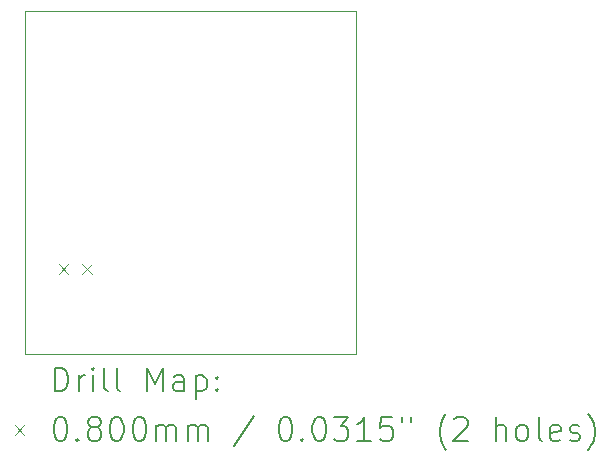
<source format=gbr>
%TF.GenerationSoftware,KiCad,Pcbnew,6.0.11+dfsg-1~bpo11+1*%
%TF.CreationDate,2023-06-10T16:53:40+02:00*%
%TF.ProjectId,myschematic,6d797363-6865-46d6-9174-69632e6b6963,rev?*%
%TF.SameCoordinates,Original*%
%TF.FileFunction,Drillmap*%
%TF.FilePolarity,Positive*%
%FSLAX45Y45*%
G04 Gerber Fmt 4.5, Leading zero omitted, Abs format (unit mm)*
G04 Created by KiCad (PCBNEW 6.0.11+dfsg-1~bpo11+1) date 2023-06-10 16:53:40*
%MOMM*%
%LPD*%
G01*
G04 APERTURE LIST*
%ADD10C,0.100000*%
%ADD11C,0.200000*%
%ADD12C,0.080000*%
G04 APERTURE END LIST*
D10*
X4500000Y-6200000D02*
X1700000Y-6200000D01*
X1700000Y-6200000D02*
X1700000Y-3300000D01*
X1700000Y-3300000D02*
X4500000Y-3300000D01*
X4500000Y-3300000D02*
X4500000Y-6200000D01*
D11*
D12*
X1985000Y-5441000D02*
X2065000Y-5521000D01*
X2065000Y-5441000D02*
X1985000Y-5521000D01*
X2185000Y-5441000D02*
X2265000Y-5521000D01*
X2265000Y-5441000D02*
X2185000Y-5521000D01*
D11*
X1952619Y-6515476D02*
X1952619Y-6315476D01*
X2000238Y-6315476D01*
X2028809Y-6325000D01*
X2047857Y-6344048D01*
X2057381Y-6363095D01*
X2066905Y-6401190D01*
X2066905Y-6429762D01*
X2057381Y-6467857D01*
X2047857Y-6486905D01*
X2028809Y-6505952D01*
X2000238Y-6515476D01*
X1952619Y-6515476D01*
X2152619Y-6515476D02*
X2152619Y-6382143D01*
X2152619Y-6420238D02*
X2162143Y-6401190D01*
X2171667Y-6391667D01*
X2190714Y-6382143D01*
X2209762Y-6382143D01*
X2276429Y-6515476D02*
X2276429Y-6382143D01*
X2276429Y-6315476D02*
X2266905Y-6325000D01*
X2276429Y-6334524D01*
X2285952Y-6325000D01*
X2276429Y-6315476D01*
X2276429Y-6334524D01*
X2400238Y-6515476D02*
X2381190Y-6505952D01*
X2371667Y-6486905D01*
X2371667Y-6315476D01*
X2505000Y-6515476D02*
X2485952Y-6505952D01*
X2476429Y-6486905D01*
X2476429Y-6315476D01*
X2733571Y-6515476D02*
X2733571Y-6315476D01*
X2800238Y-6458333D01*
X2866905Y-6315476D01*
X2866905Y-6515476D01*
X3047857Y-6515476D02*
X3047857Y-6410714D01*
X3038333Y-6391667D01*
X3019286Y-6382143D01*
X2981190Y-6382143D01*
X2962143Y-6391667D01*
X3047857Y-6505952D02*
X3028809Y-6515476D01*
X2981190Y-6515476D01*
X2962143Y-6505952D01*
X2952619Y-6486905D01*
X2952619Y-6467857D01*
X2962143Y-6448809D01*
X2981190Y-6439286D01*
X3028809Y-6439286D01*
X3047857Y-6429762D01*
X3143095Y-6382143D02*
X3143095Y-6582143D01*
X3143095Y-6391667D02*
X3162143Y-6382143D01*
X3200238Y-6382143D01*
X3219286Y-6391667D01*
X3228809Y-6401190D01*
X3238333Y-6420238D01*
X3238333Y-6477381D01*
X3228809Y-6496428D01*
X3219286Y-6505952D01*
X3200238Y-6515476D01*
X3162143Y-6515476D01*
X3143095Y-6505952D01*
X3324048Y-6496428D02*
X3333571Y-6505952D01*
X3324048Y-6515476D01*
X3314524Y-6505952D01*
X3324048Y-6496428D01*
X3324048Y-6515476D01*
X3324048Y-6391667D02*
X3333571Y-6401190D01*
X3324048Y-6410714D01*
X3314524Y-6401190D01*
X3324048Y-6391667D01*
X3324048Y-6410714D01*
D12*
X1615000Y-6805000D02*
X1695000Y-6885000D01*
X1695000Y-6805000D02*
X1615000Y-6885000D01*
D11*
X1990714Y-6735476D02*
X2009762Y-6735476D01*
X2028809Y-6745000D01*
X2038333Y-6754524D01*
X2047857Y-6773571D01*
X2057381Y-6811667D01*
X2057381Y-6859286D01*
X2047857Y-6897381D01*
X2038333Y-6916428D01*
X2028809Y-6925952D01*
X2009762Y-6935476D01*
X1990714Y-6935476D01*
X1971667Y-6925952D01*
X1962143Y-6916428D01*
X1952619Y-6897381D01*
X1943095Y-6859286D01*
X1943095Y-6811667D01*
X1952619Y-6773571D01*
X1962143Y-6754524D01*
X1971667Y-6745000D01*
X1990714Y-6735476D01*
X2143095Y-6916428D02*
X2152619Y-6925952D01*
X2143095Y-6935476D01*
X2133571Y-6925952D01*
X2143095Y-6916428D01*
X2143095Y-6935476D01*
X2266905Y-6821190D02*
X2247857Y-6811667D01*
X2238333Y-6802143D01*
X2228810Y-6783095D01*
X2228810Y-6773571D01*
X2238333Y-6754524D01*
X2247857Y-6745000D01*
X2266905Y-6735476D01*
X2305000Y-6735476D01*
X2324048Y-6745000D01*
X2333571Y-6754524D01*
X2343095Y-6773571D01*
X2343095Y-6783095D01*
X2333571Y-6802143D01*
X2324048Y-6811667D01*
X2305000Y-6821190D01*
X2266905Y-6821190D01*
X2247857Y-6830714D01*
X2238333Y-6840238D01*
X2228810Y-6859286D01*
X2228810Y-6897381D01*
X2238333Y-6916428D01*
X2247857Y-6925952D01*
X2266905Y-6935476D01*
X2305000Y-6935476D01*
X2324048Y-6925952D01*
X2333571Y-6916428D01*
X2343095Y-6897381D01*
X2343095Y-6859286D01*
X2333571Y-6840238D01*
X2324048Y-6830714D01*
X2305000Y-6821190D01*
X2466905Y-6735476D02*
X2485952Y-6735476D01*
X2505000Y-6745000D01*
X2514524Y-6754524D01*
X2524048Y-6773571D01*
X2533571Y-6811667D01*
X2533571Y-6859286D01*
X2524048Y-6897381D01*
X2514524Y-6916428D01*
X2505000Y-6925952D01*
X2485952Y-6935476D01*
X2466905Y-6935476D01*
X2447857Y-6925952D01*
X2438333Y-6916428D01*
X2428810Y-6897381D01*
X2419286Y-6859286D01*
X2419286Y-6811667D01*
X2428810Y-6773571D01*
X2438333Y-6754524D01*
X2447857Y-6745000D01*
X2466905Y-6735476D01*
X2657381Y-6735476D02*
X2676429Y-6735476D01*
X2695476Y-6745000D01*
X2705000Y-6754524D01*
X2714524Y-6773571D01*
X2724048Y-6811667D01*
X2724048Y-6859286D01*
X2714524Y-6897381D01*
X2705000Y-6916428D01*
X2695476Y-6925952D01*
X2676429Y-6935476D01*
X2657381Y-6935476D01*
X2638333Y-6925952D01*
X2628810Y-6916428D01*
X2619286Y-6897381D01*
X2609762Y-6859286D01*
X2609762Y-6811667D01*
X2619286Y-6773571D01*
X2628810Y-6754524D01*
X2638333Y-6745000D01*
X2657381Y-6735476D01*
X2809762Y-6935476D02*
X2809762Y-6802143D01*
X2809762Y-6821190D02*
X2819286Y-6811667D01*
X2838333Y-6802143D01*
X2866905Y-6802143D01*
X2885952Y-6811667D01*
X2895476Y-6830714D01*
X2895476Y-6935476D01*
X2895476Y-6830714D02*
X2905000Y-6811667D01*
X2924048Y-6802143D01*
X2952619Y-6802143D01*
X2971667Y-6811667D01*
X2981190Y-6830714D01*
X2981190Y-6935476D01*
X3076428Y-6935476D02*
X3076428Y-6802143D01*
X3076428Y-6821190D02*
X3085952Y-6811667D01*
X3105000Y-6802143D01*
X3133571Y-6802143D01*
X3152619Y-6811667D01*
X3162143Y-6830714D01*
X3162143Y-6935476D01*
X3162143Y-6830714D02*
X3171667Y-6811667D01*
X3190714Y-6802143D01*
X3219286Y-6802143D01*
X3238333Y-6811667D01*
X3247857Y-6830714D01*
X3247857Y-6935476D01*
X3638333Y-6725952D02*
X3466905Y-6983095D01*
X3895476Y-6735476D02*
X3914524Y-6735476D01*
X3933571Y-6745000D01*
X3943095Y-6754524D01*
X3952619Y-6773571D01*
X3962143Y-6811667D01*
X3962143Y-6859286D01*
X3952619Y-6897381D01*
X3943095Y-6916428D01*
X3933571Y-6925952D01*
X3914524Y-6935476D01*
X3895476Y-6935476D01*
X3876428Y-6925952D01*
X3866905Y-6916428D01*
X3857381Y-6897381D01*
X3847857Y-6859286D01*
X3847857Y-6811667D01*
X3857381Y-6773571D01*
X3866905Y-6754524D01*
X3876428Y-6745000D01*
X3895476Y-6735476D01*
X4047857Y-6916428D02*
X4057381Y-6925952D01*
X4047857Y-6935476D01*
X4038333Y-6925952D01*
X4047857Y-6916428D01*
X4047857Y-6935476D01*
X4181190Y-6735476D02*
X4200238Y-6735476D01*
X4219286Y-6745000D01*
X4228810Y-6754524D01*
X4238333Y-6773571D01*
X4247857Y-6811667D01*
X4247857Y-6859286D01*
X4238333Y-6897381D01*
X4228810Y-6916428D01*
X4219286Y-6925952D01*
X4200238Y-6935476D01*
X4181190Y-6935476D01*
X4162143Y-6925952D01*
X4152619Y-6916428D01*
X4143095Y-6897381D01*
X4133571Y-6859286D01*
X4133571Y-6811667D01*
X4143095Y-6773571D01*
X4152619Y-6754524D01*
X4162143Y-6745000D01*
X4181190Y-6735476D01*
X4314524Y-6735476D02*
X4438333Y-6735476D01*
X4371667Y-6811667D01*
X4400238Y-6811667D01*
X4419286Y-6821190D01*
X4428810Y-6830714D01*
X4438333Y-6849762D01*
X4438333Y-6897381D01*
X4428810Y-6916428D01*
X4419286Y-6925952D01*
X4400238Y-6935476D01*
X4343095Y-6935476D01*
X4324048Y-6925952D01*
X4314524Y-6916428D01*
X4628810Y-6935476D02*
X4514524Y-6935476D01*
X4571667Y-6935476D02*
X4571667Y-6735476D01*
X4552619Y-6764048D01*
X4533571Y-6783095D01*
X4514524Y-6792619D01*
X4809762Y-6735476D02*
X4714524Y-6735476D01*
X4705000Y-6830714D01*
X4714524Y-6821190D01*
X4733571Y-6811667D01*
X4781190Y-6811667D01*
X4800238Y-6821190D01*
X4809762Y-6830714D01*
X4819286Y-6849762D01*
X4819286Y-6897381D01*
X4809762Y-6916428D01*
X4800238Y-6925952D01*
X4781190Y-6935476D01*
X4733571Y-6935476D01*
X4714524Y-6925952D01*
X4705000Y-6916428D01*
X4895476Y-6735476D02*
X4895476Y-6773571D01*
X4971667Y-6735476D02*
X4971667Y-6773571D01*
X5266905Y-7011667D02*
X5257381Y-7002143D01*
X5238333Y-6973571D01*
X5228810Y-6954524D01*
X5219286Y-6925952D01*
X5209762Y-6878333D01*
X5209762Y-6840238D01*
X5219286Y-6792619D01*
X5228810Y-6764048D01*
X5238333Y-6745000D01*
X5257381Y-6716428D01*
X5266905Y-6706905D01*
X5333571Y-6754524D02*
X5343095Y-6745000D01*
X5362143Y-6735476D01*
X5409762Y-6735476D01*
X5428810Y-6745000D01*
X5438333Y-6754524D01*
X5447857Y-6773571D01*
X5447857Y-6792619D01*
X5438333Y-6821190D01*
X5324048Y-6935476D01*
X5447857Y-6935476D01*
X5685952Y-6935476D02*
X5685952Y-6735476D01*
X5771667Y-6935476D02*
X5771667Y-6830714D01*
X5762143Y-6811667D01*
X5743095Y-6802143D01*
X5714524Y-6802143D01*
X5695476Y-6811667D01*
X5685952Y-6821190D01*
X5895476Y-6935476D02*
X5876428Y-6925952D01*
X5866905Y-6916428D01*
X5857381Y-6897381D01*
X5857381Y-6840238D01*
X5866905Y-6821190D01*
X5876428Y-6811667D01*
X5895476Y-6802143D01*
X5924048Y-6802143D01*
X5943095Y-6811667D01*
X5952619Y-6821190D01*
X5962143Y-6840238D01*
X5962143Y-6897381D01*
X5952619Y-6916428D01*
X5943095Y-6925952D01*
X5924048Y-6935476D01*
X5895476Y-6935476D01*
X6076428Y-6935476D02*
X6057381Y-6925952D01*
X6047857Y-6906905D01*
X6047857Y-6735476D01*
X6228809Y-6925952D02*
X6209762Y-6935476D01*
X6171667Y-6935476D01*
X6152619Y-6925952D01*
X6143095Y-6906905D01*
X6143095Y-6830714D01*
X6152619Y-6811667D01*
X6171667Y-6802143D01*
X6209762Y-6802143D01*
X6228809Y-6811667D01*
X6238333Y-6830714D01*
X6238333Y-6849762D01*
X6143095Y-6868809D01*
X6314524Y-6925952D02*
X6333571Y-6935476D01*
X6371667Y-6935476D01*
X6390714Y-6925952D01*
X6400238Y-6906905D01*
X6400238Y-6897381D01*
X6390714Y-6878333D01*
X6371667Y-6868809D01*
X6343095Y-6868809D01*
X6324048Y-6859286D01*
X6314524Y-6840238D01*
X6314524Y-6830714D01*
X6324048Y-6811667D01*
X6343095Y-6802143D01*
X6371667Y-6802143D01*
X6390714Y-6811667D01*
X6466905Y-7011667D02*
X6476428Y-7002143D01*
X6495476Y-6973571D01*
X6505000Y-6954524D01*
X6514524Y-6925952D01*
X6524048Y-6878333D01*
X6524048Y-6840238D01*
X6514524Y-6792619D01*
X6505000Y-6764048D01*
X6495476Y-6745000D01*
X6476428Y-6716428D01*
X6466905Y-6706905D01*
M02*

</source>
